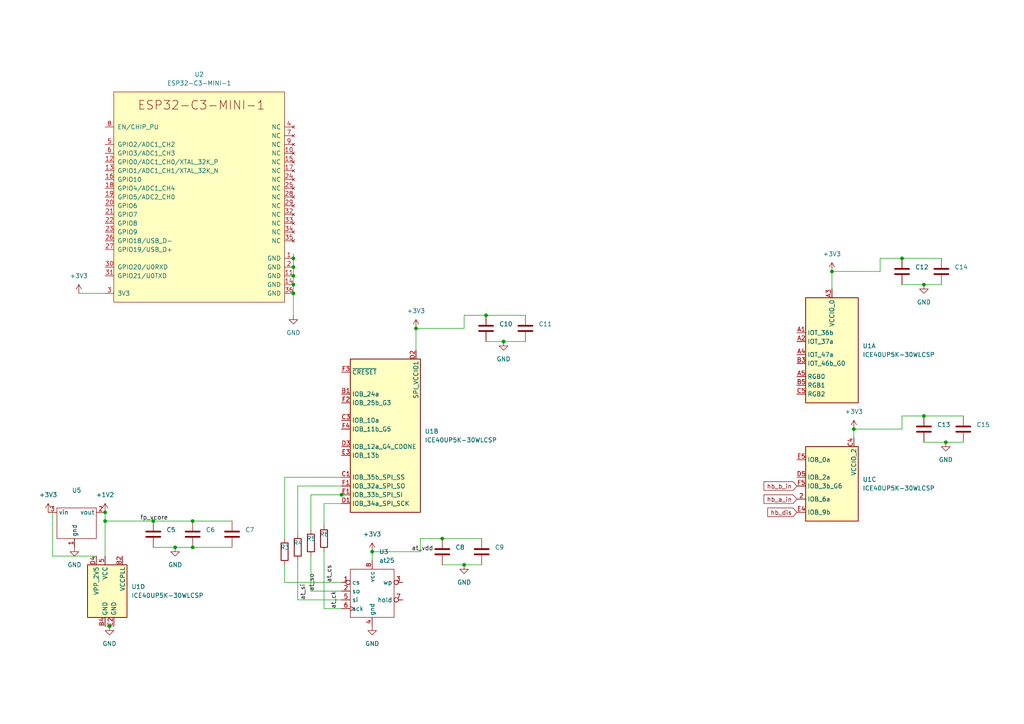
<source format=kicad_sch>
(kicad_sch (version 20211123) (generator eeschema)
  (paper "A4")
  (lib_symbols
    (symbol "Device:C" (pin_numbers hide) (pin_names (offset 0.254))
      (property "Reference" "C" (at 0.635 2.54 0))
      (property "Value" "C" (at 0.635 -2.54 0))
      (symbol "C_0_1"
        (polyline (pts (xy -2.032 -0.762) (xy 2.032 -0.762)) (stroke (width 0.508)))
        (polyline (pts (xy -2.032 0.762) (xy 2.032 0.762)) (stroke (width 0.508)))
      )
      (symbol "C_1_1"
        (pin passive line (at 0 3.81 270) (length 2.794) (name "~") (number "1"))
        (pin passive line (at 0 -3.81 90) (length 2.794) (name "~") (number "2"))
      )
    )
    (symbol "Device:R" (pin_numbers hide) (pin_names (offset 0))
      (property "Reference" "R" (at 2.032 0 90))
      (property "Value" "R" (at 0 0 90))
      (symbol "R_0_1"
        (rectangle (start -1.016 -2.54) (end 1.016 2.54) (stroke (width 0.254)))
      )
      (symbol "R_1_1"
        (pin passive line (at 0 3.81 270) (length 1.27) (name "~") (number "1"))
        (pin passive line (at 0 -3.81 90) (length 1.27) (name "~") (number "2"))
      )
    )
    (symbol "Espressif:ESP32-C3-MINI-1" (pin_names (offset 1.016))
      (property "Reference" "U" (at 0 33.02 0))
      (property "Value" "ESP32-C3-MINI-1" (at 0 -30.48 0))
      (symbol "ESP32-C3-MINI-1_0_0"
        (text "ESP32-C3-MINI-1" (at 1.27 27.94 0) (effects (font (size 2.54 2.54))))
      )
      (symbol "ESP32-C3-MINI-1_0_1"
        (rectangle (start -24.13 31.75) (end 25.4 -29.21) (fill (type background)))
      )
      (symbol "ESP32-C3-MINI-1_1_1"
        (pin power_in line (at 27.94 -16.51 180) (length 2.54) (name "GND") (number "1"))
        (pin no_connect line (at 27.94 13.97 180) (length 2.54) (name "NC") (number "10"))
        (pin power_in line (at 27.94 -21.59 180) (length 2.54) (name "GND") (number "11"))
        (pin bidirectional line (at -26.67 11.43 0) (length 2.54) (name "GPIO0/ADC1_CH0/XTAL_32K_P") (number "12"))
        (pin bidirectional line (at -26.67 8.89 0) (length 2.54) (name "GPIO1/ADC1_CH1/XTAL_32K_N") (number "13"))
        (pin power_in line (at 27.94 -24.13 180) (length 2.54) (name "GND") (number "14"))
        (pin no_connect line (at 27.94 11.43 180) (length 2.54) (name "NC") (number "15"))
        (pin bidirectional line (at -26.67 6.35 0) (length 2.54) (name "GPIO10") (number "16"))
        (pin no_connect line (at 27.94 8.89 180) (length 2.54) (name "NC") (number "17"))
        (pin bidirectional line (at -26.67 3.81 0) (length 2.54) (name "GPIO4/ADC1_CH4") (number "18"))
        (pin bidirectional line (at -26.67 1.27 0) (length 2.54) (name "GPIO5/ADC2_CH0") (number "19"))
        (pin power_in line (at 27.94 -19.05 180) (length 2.54) (name "GND") (number "2"))
        (pin bidirectional line (at -26.67 -1.27 0) (length 2.54) (name "GPIO6") (number "20"))
        (pin bidirectional line (at -26.67 -3.81 0) (length 2.54) (name "GPIO7") (number "21"))
        (pin bidirectional line (at -26.67 -6.35 0) (length 2.54) (name "GPIO8") (number "22"))
        (pin bidirectional line (at -26.67 -8.89 0) (length 2.54) (name "GPIO9") (number "23"))
        (pin no_connect line (at 27.94 6.35 180) (length 2.54) (name "NC") (number "24"))
        (pin no_connect line (at 27.94 3.81 180) (length 2.54) (name "NC") (number "25"))
        (pin bidirectional line (at -26.67 -11.43 0) (length 2.54) (name "GPIO18/USB_D-") (number "26"))
        (pin bidirectional line (at -26.67 -13.97 0) (length 2.54) (name "GPIO19/USB_D+") (number "27"))
        (pin no_connect line (at 27.94 1.27 180) (length 2.54) (name "NC") (number "28"))
        (pin no_connect line (at 27.94 -1.27 180) (length 2.54) (name "NC") (number "29"))
        (pin power_in line (at -26.67 -26.67 0) (length 2.54) (name "3V3") (number "3"))
        (pin bidirectional line (at -26.67 -19.05 0) (length 2.54) (name "GPIO20/U0RXD") (number "30"))
        (pin bidirectional line (at -26.67 -21.59 0) (length 2.54) (name "GPIO21/U0TXD") (number "31"))
        (pin no_connect line (at 27.94 -3.81 180) (length 2.54) (name "NC") (number "32"))
        (pin no_connect line (at 27.94 -6.35 180) (length 2.54) (name "NC") (number "33"))
        (pin no_connect line (at 27.94 -8.89 180) (length 2.54) (name "NC") (number "34"))
        (pin no_connect line (at 27.94 -11.43 180) (length 2.54) (name "NC") (number "35"))
        (pin power_in line (at 27.94 -26.67 180) (length 2.54) (name "GND") (number "36"))
        (pin no_connect line (at 27.94 21.59 180) (length 2.54) (name "NC") (number "4"))
        (pin bidirectional line (at -26.67 16.51 0) (length 2.54) (name "GPIO2/ADC1_CH2") (number "5"))
        (pin bidirectional line (at -26.67 13.97 0) (length 2.54) (name "GPIO3/ADC1_CH3") (number "6"))
        (pin no_connect line (at 27.94 19.05 180) (length 2.54) (name "NC") (number "7"))
        (pin input line (at -26.67 21.59 0) (length 2.54) (name "EN/CHIP_PU") (number "8"))
        (pin no_connect line (at 27.94 16.51 180) (length 2.54) (name "NC") (number "9"))
      )
    )
    (symbol "adum:mcp1700"
      (property "Reference" "U" (at 0 -2.54 0))
      (property "Value" "mcp1700" (at -5.08 2.54 0))
      (symbol "mcp1700_0_1"
        (rectangle (start -11.43 -2.54) (end 0 6.35))
      )
      (symbol "mcp1700_1_1"
        (pin power_in line (at -6.35 -5.08 90) (length 2.54) (name "gnd") (number "1"))
        (pin power_out line (at 2.54 5.08 180) (length 2.54) (name "vout") (number "2"))
        (pin power_in line (at -13.97 5.08 0) (length 2.54) (name "vin") (number "3"))
      )
    )
    (symbol "aum3223:ICE40UP5K-30WLCSP"
      (property "Reference" "U" (at 8.89 -2.54 0))
      (property "Value" "ICE40UP5K-30WLCSP" (at 17.78 0 0))
      (symbol "ICE40UP5K-30WLCSP_1_1"
        (rectangle (start -7.62 25.4) (end 7.62 -5.08) (stroke (width 0.254)) (fill (type background)))
        (pin bidirectional line (at -10.16 15.24 0) (length 2.54) (name "IOT_36b") (number "A1"))
        (pin bidirectional line (at -10.16 12.7 0) (length 2.54) (name "IOT_37a") (number "A2"))
        (pin power_in line (at 0 27.94 270) (length 2.54) (name "VCCIO_0") (number "A3"))
        (pin bidirectional line (at -10.16 8.89 0) (length 2.54) (name "IOT_47a") (number "A4"))
        (pin open_collector line (at -10.16 2.54 0) (length 2.54) (name "RGB0") (number "A5"))
        (pin bidirectional line (at -10.16 6.35 0) (length 2.54) (name "IOT_46b_G0") (number "B3"))
        (pin open_collector line (at -10.16 0 0) (length 2.54) (name "RGB1") (number "B5"))
        (pin open_collector line (at -10.16 -2.54 0) (length 2.54) (name "RGB2") (number "C5"))
      )
      (symbol "ICE40UP5K-30WLCSP_2_1"
        (rectangle (start -10.16 21.59) (end 10.16 -22.86) (stroke (width 0.254)) (fill (type background)))
        (pin bidirectional line (at -12.7 11.43 0) (length 2.54) (name "IOB_24a") (number "B1"))
        (pin bidirectional line (at -12.7 -12.7 0) (length 2.54) (name "IOB_35b_SPI_SS") (number "C1"))
        (pin bidirectional line (at -12.7 3.81 0) (length 2.54) (name "IOB_10a") (number "C3"))
        (pin bidirectional line (at -12.7 -20.32 0) (length 2.54) (name "IOB_34a_SPI_SCK") (number "D1"))
        (pin power_in line (at 8.89 24.13 270) (length 2.54) (name "SPI_VCCIO1") (number "D2"))
        (pin bidirectional line (at -12.7 -3.81 0) (length 2.54) (name "IOB_12a_G4_CDONE") (number "D3"))
        (pin bidirectional line (at -12.7 -17.78 0) (length 2.54) (name "IOB_33b_SPI_SI") (number "E1"))
        (pin bidirectional line (at -12.7 -6.35 0) (length 2.54) (name "IOB_13b") (number "E3"))
        (pin bidirectional line (at -12.7 -15.24 0) (length 2.54) (name "IOB_32a_SPI_SO") (number "F1"))
        (pin bidirectional line (at -12.7 8.89 0) (length 2.54) (name "IOB_25b_G3") (number "F2"))
        (pin input line (at -12.7 17.78 0) (length 2.54) (name "~{CRESET}") (number "F3"))
        (pin bidirectional line (at -12.7 1.27 0) (length 2.54) (name "IOB_11b_G5") (number "F4"))
      )
      (symbol "ICE40UP5K-30WLCSP_3_1"
        (rectangle (start -7.62 11.43) (end 7.62 -10.16) (stroke (width 0.254)) (fill (type background)))
        (pin bidirectional line (at -10.16 -3.81 0) (length 2.54) (name "IOB_6a") (number "2"))
        (pin power_in line (at 6.35 13.97 270) (length 2.54) (name "VCCIO_2") (number "C4"))
        (pin bidirectional line (at -10.16 2.54 0) (length 2.54) (name "IOB_2a") (number "D5"))
        (pin bidirectional line (at -10.16 -7.62 0) (length 2.54) (name "IOB_9b") (number "E4"))
        (pin bidirectional line (at -10.16 7.62 0) (length 2.54) (name "IOB_0a") (number "E5"))
        (pin bidirectional line (at -10.16 0 0) (length 2.54) (name "IOB_3b_G6") (number "F5"))
      )
      (symbol "ICE40UP5K-30WLCSP_4_1"
        (rectangle (start -5.08 7.62) (end 6.35 -7.62) (stroke (width 0.254)) (fill (type background)))
        (pin power_in line (at 0 10.16 270) (length 2.54) (name "VCC") (number "5"))
        (pin power_out line (at 5.08 10.16 270) (length 2.54) (name "VCCPLL") (number "B2"))
        (pin power_in line (at 0 -10.16 90) (length 2.54) (name "GND") (number "B4"))
        (pin power_in line (at 0 10.16 270) (length 2.54) hide (name "VCC") (number "C2"))
        (pin power_in line (at -2.54 10.16 270) (length 2.54) (name "VPP_2V5") (number "D4"))
        (pin power_in line (at 2.54 -10.16 90) (length 2.54) (name "GND") (number "E2"))
      )
    )
    (symbol "aum3223:at25"
      (property "Reference" "U" (at 0 -2.54 0))
      (property "Value" "at25" (at 0 0 0))
      (symbol "at25_0_1"
        (rectangle (start 6.35 25.4) (end -6.35 11.43))
      )
      (symbol "at25_1_1"
        (pin input inverted (at -8.89 21.59 0) (length 2.54) (name "cs") (number "1"))
        (pin output line (at -8.89 19.05 0) (length 2.54) (name "so") (number "2"))
        (pin input inverted (at 8.89 21.59 180) (length 2.54) (name "wp") (number "3"))
        (pin power_in line (at 0 8.89 90) (length 2.54) (name "gnd") (number "4"))
        (pin input line (at -8.89 16.51 0) (length 2.54) (name "si") (number "5"))
        (pin input clock (at -8.89 13.97 0) (length 2.54) (name "sck") (number "6"))
        (pin input inverted (at 8.89 16.51 180) (length 2.54) (name "hold") (number "7"))
        (pin power_in line (at 0 27.94 270) (length 2.54) (name "vcc") (number "8"))
      )
    )
    (symbol "power:+1V2" (power) (pin_names (offset 0))
      (property "Value" "+1V2" (at 0 3.556 0))
      (symbol "+1V2_0_1"
        (polyline (pts (xy -0.762 1.27) (xy 0 2.54)))
        (polyline (pts (xy 0 0) (xy 0 2.54)))
        (polyline (pts (xy 0 2.54) (xy 0.762 1.27)))
      )
      (symbol "+1V2_1_1"
        (pin power_in line (at 0 0 90) (length 0) hide (name "+1V2") (number "1"))
      )
    )
    (symbol "power:+3V3" (power) (pin_names (offset 0))
      (property "Value" "+3V3" (at 0 3.556 0))
      (symbol "+3V3_0_1"
        (polyline (pts (xy -0.762 1.27) (xy 0 2.54)))
        (polyline (pts (xy 0 0) (xy 0 2.54)))
        (polyline (pts (xy 0 2.54) (xy 0.762 1.27)))
      )
      (symbol "+3V3_1_1"
        (pin power_in line (at 0 0 90) (length 0) hide (name "+3V3") (number "1"))
      )
    )
    (symbol "power:GND" (power) (pin_names (offset 0))
      (property "Value" "GND" (at 0 -3.81 0))
      (symbol "GND_0_1"
        (polyline (pts (xy 0 0) (xy 0 -1.27) (xy 1.27 -1.27) (xy 0 -2.54) (xy -1.27 -1.27) (xy 0 -1.27)))
      )
      (symbol "GND_1_1"
        (pin power_in line (at 0 0 270) (length 0) hide (name "GND") (number "1"))
      )
    )
  )
  (junction (at 247.65 124.46))
  (junction (at 146.05 99.06))
  (junction (at 128.27 156.21))
  (junction (at 120.65 95.25))
  (junction (at 85.09 82.55))
  (junction (at 140.97 91.44))
  (junction (at 99.06 143.51))
  (junction (at 85.09 85.09))
  (junction (at 44.45 151.13))
  (junction (at 261.62 74.93))
  (junction (at 134.62 163.83))
  (junction (at 85.09 77.47))
  (junction (at 274.32 128.27))
  (junction (at 55.88 151.13))
  (junction (at 85.09 74.93))
  (junction (at 241.3 78.74))
  (junction (at 85.09 80.01))
  (junction (at 50.8 158.75))
  (junction (at 30.48 148.59))
  (junction (at 267.97 120.65))
  (junction (at 30.48 151.13))
  (junction (at 55.88 158.75))
  (junction (at 31.75 181.61))
  (junction (at 107.95 160.02))
  (junction (at 267.97 82.55))
  (wire (pts (xy 55.88 151.13) (xy 67.31 151.13)))
  (wire (pts (xy 27.94 161.29) (xy 15.24 161.29)))
  (wire (pts (xy 99.06 138.43) (xy 82.55 138.43)))
  (wire (pts (xy 274.32 128.27) (xy 279.4 128.27)))
  (wire (pts (xy 261.62 74.93) (xy 255.27 74.93)))
  (wire (pts (xy 30.48 181.61) (xy 31.75 181.61)))
  (wire (pts (xy 82.55 168.91) (xy 82.55 163.83)))
  (wire (pts (xy 267.97 128.27) (xy 274.32 128.27)))
  (wire (pts (xy 85.09 80.01) (xy 85.09 82.55)))
  (wire (pts (xy 146.05 99.06) (xy 152.4 99.06)))
  (wire (pts (xy 99.06 140.97) (xy 86.36 140.97)))
  (wire (pts (xy 261.62 124.46) (xy 247.65 124.46)))
  (wire (pts (xy 140.97 91.44) (xy 134.62 91.44)))
  (wire (pts (xy 85.09 82.55) (xy 85.09 85.09)))
  (wire (pts (xy 128.27 156.21) (xy 139.7 156.21)))
  (wire (pts (xy 85.09 73.66) (xy 85.09 74.93)))
  (wire (pts (xy 140.97 99.06) (xy 146.05 99.06)))
  (wire (pts (xy 85.09 74.93) (xy 85.09 77.47)))
  (wire (pts (xy 140.97 91.44) (xy 152.4 91.44)))
  (wire (pts (xy 82.55 138.43) (xy 82.55 156.21)))
  (wire (pts (xy 30.48 151.13) (xy 44.45 151.13)))
  (wire (pts (xy 93.98 160.02) (xy 93.98 176.53)))
  (wire (pts (xy 86.36 140.97) (xy 86.36 154.94)))
  (wire (pts (xy 134.62 163.83) (xy 139.7 163.83)))
  (wire (pts (xy 134.62 95.25) (xy 120.65 95.25)))
  (wire (pts (xy 261.62 82.55) (xy 267.97 82.55)))
  (wire (pts (xy 30.48 151.13) (xy 30.48 161.29)))
  (wire (pts (xy 99.06 171.45) (xy 90.17 171.45)))
  (wire (pts (xy 44.45 158.75) (xy 50.8 158.75)))
  (wire (pts (xy 100.33 143.51) (xy 99.06 143.51)))
  (wire (pts (xy 86.36 173.99) (xy 86.36 162.56)))
  (wire (pts (xy 120.65 95.25) (xy 120.65 101.6)))
  (wire (pts (xy 247.65 124.46) (xy 247.65 127)))
  (wire (pts (xy 267.97 120.65) (xy 261.62 120.65)))
  (wire (pts (xy 134.62 91.44) (xy 134.62 95.25)))
  (wire (pts (xy 121.92 156.21) (xy 121.92 160.02)))
  (wire (pts (xy 128.27 163.83) (xy 134.62 163.83)))
  (wire (pts (xy 261.62 74.93) (xy 273.05 74.93)))
  (wire (pts (xy 93.98 146.05) (xy 93.98 152.4)))
  (wire (pts (xy 99.06 168.91) (xy 82.55 168.91)))
  (wire (pts (xy 15.24 148.59) (xy 15.24 161.29)))
  (wire (pts (xy 22.86 85.09) (xy 30.48 85.09)))
  (wire (pts (xy 93.98 176.53) (xy 99.06 176.53)))
  (wire (pts (xy 55.88 158.75) (xy 67.31 158.75)))
  (wire (pts (xy 267.97 82.55) (xy 273.05 82.55)))
  (wire (pts (xy 99.06 173.99) (xy 86.36 173.99)))
  (wire (pts (xy 128.27 156.21) (xy 121.92 156.21)))
  (wire (pts (xy 255.27 78.74) (xy 241.3 78.74)))
  (wire (pts (xy 99.06 143.51) (xy 90.17 143.51)))
  (wire (pts (xy 85.09 77.47) (xy 85.09 80.01)))
  (wire (pts (xy 261.62 120.65) (xy 261.62 124.46)))
  (wire (pts (xy 255.27 74.93) (xy 255.27 78.74)))
  (wire (pts (xy 241.3 78.74) (xy 241.3 83.82)))
  (wire (pts (xy 121.92 160.02) (xy 107.95 160.02)))
  (wire (pts (xy 90.17 143.51) (xy 90.17 153.67)))
  (wire (pts (xy 99.06 146.05) (xy 93.98 146.05)))
  (wire (pts (xy 44.45 151.13) (xy 55.88 151.13)))
  (wire (pts (xy 31.75 181.61) (xy 33.02 181.61)))
  (wire (pts (xy 30.48 148.59) (xy 30.48 151.13)))
  (wire (pts (xy 267.97 120.65) (xy 279.4 120.65)))
  (wire (pts (xy 85.09 85.09) (xy 85.09 91.44)))
  (wire (pts (xy 90.17 171.45) (xy 90.17 161.29)))
  (wire (pts (xy 107.95 160.02) (xy 107.95 162.56)))
  (wire (pts (xy 50.8 158.75) (xy 55.88 158.75)))
  (label "at_vdd" (at 119.38 160.02 0))
  (label "at_si" (at 88.9 173.99 90))
  (label "at_cs" (at 96.52 168.91 90))
  (label "fp_vcore" (at 40.64 151.13 0))
  (label "at_ck" (at 97.79 176.53 90))
  (label "at_so" (at 91.44 171.45 90))
  (global_label "hb_b_in" (shape input) (at 231.14 140.97 180) (property "Intersheet References" "${INTERSHEET_REFS}" (effects hide)))
  (global_label "hb_dis" (shape input) (at 231.14 148.59 180) (property "Intersheet References" "${INTERSHEET_REFS}" (effects hide)))
  (global_label "hb_a_in" (shape input) (at 231.14 144.78 180) (property "Intersheet References" "${INTERSHEET_REFS}" (effects hide)))
  (symbol (lib_id "power:+1V2") (at 30.48 148.59 0) (unit 1)
    (property "Reference" "#PWR0109" (effects hide))
  )
  (symbol (lib_id "aum3223:at25") (at 107.95 190.5 0) (unit 1)
    (property "Reference" "U3" (at 109.9694 160.02 0) (effects (justify left)))
    (property "Value" "at25" (at 109.9694 162.56 0) (effects (justify left)))
    (property "Footprint" "libverter:SOIC-8W_5.3x5.3mm_P1.27mm" (effects hide))
  )
  (symbol (lib_id "Device:R") (at 93.98 156.21 180) (unit 1)
    (property "Reference" "R6" (at 92.71 154.94 0) (effects (justify right)))
  )
  (symbol (lib_id "Device:C") (at 44.45 154.94 0) (unit 1)
    (property "Reference" "C5" (at 48.26 153.6699 0) (effects (justify left)))
  )
  (symbol (lib_id "Device:C") (at 128.27 160.02 0) (unit 1)
    (property "Reference" "C8" (at 132.08 158.7499 0) (effects (justify left)))
  )
  (symbol (lib_id "adum:mcp1700") (at 27.94 153.67 0) (unit 1)
    (property "Reference" "U5" (at 22.225 142.24 0))
  )
  (symbol (lib_id "aum3223:ICE40UP5K-30WLCSP") (at 241.3 140.97 0) (unit 3)
    (property "Reference" "U1" (at 250.19 139.0649 0) (effects (justify left)))
    (property "Value" "ICE40UP5K-30WLCSP" (at 250.19 141.6049 0) (effects (justify left)))
    (property "Footprint" "libverter:wlcsp30u5k" (effects hide))
    (property "Datasheet" "http://www.latticesemi.com/Products/FPGAandCPLD/iCE40Ultra" (effects hide))
  )
  (symbol (lib_id "power:GND") (at 21.59 158.75 0) (unit 1)
    (property "Reference" "#PWR0113" (effects hide))
    (property "Value" "GND" (at 21.59 163.83 0))
  )
  (symbol (lib_id "power:+3V3") (at 241.3 78.74 0) (unit 1)
    (property "Reference" "#PWR0114" (effects hide))
    (property "Value" "+3V3" (at 241.3 73.66 0))
  )
  (symbol (lib_id "Device:C") (at 67.31 154.94 0) (unit 1)
    (property "Reference" "C7" (at 71.12 153.6699 0) (effects (justify left)))
  )
  (symbol (lib_id "Device:R") (at 86.36 158.75 0) (unit 1)
    (property "Reference" "R4" (at 85.09 157.48 0) (effects (justify left)))
  )
  (symbol (lib_id "Espressif:ESP32-C3-MINI-1") (at 57.15 58.42 0) (unit 1)
    (property "Reference" "U2" (at 57.785 21.59 0))
    (property "Value" "ESP32-C3-MINI-1" (at 57.785 24.13 0))
    (property "Footprint" "Espressif:ESP32-C3-MINI-1" (effects hide))
    (property "Datasheet" "https://www.espressif.com/sites/default/files/documentation/esp32-c3-mini-1_datasheet_en.pdf" (effects hide))
  )
  (symbol (lib_id "Device:R") (at 82.55 160.02 0) (unit 1)
    (property "Reference" "R3" (at 81.28 158.75 0) (effects (justify left)))
  )
  (symbol (lib_id "power:GND") (at 50.8 158.75 0) (unit 1)
    (property "Reference" "#PWR0110" (effects hide))
  )
  (symbol (lib_id "aum3223:ICE40UP5K-30WLCSP") (at 241.3 111.76 0) (unit 1)
    (property "Reference" "U1" (at 250.19 100.3299 0) (effects (justify left)))
    (property "Value" "ICE40UP5K-30WLCSP" (at 250.19 102.8699 0) (effects (justify left)))
    (property "Footprint" "libverter:wlcsp30u5k" (effects hide))
    (property "Datasheet" "http://www.latticesemi.com/Products/FPGAandCPLD/iCE40Ultra" (effects hide))
  )
  (symbol (lib_id "aum3223:ICE40UP5K-30WLCSP") (at 111.76 125.73 0) (unit 2)
    (property "Reference" "U1" (at 123.19 125.0949 0) (effects (justify left)))
    (property "Value" "ICE40UP5K-30WLCSP" (at 123.19 127.6349 0) (effects (justify left)))
    (property "Footprint" "libverter:wlcsp30u5k" (effects hide))
    (property "Datasheet" "http://www.latticesemi.com/Products/FPGAandCPLD/iCE40Ultra" (effects hide))
  )
  (symbol (lib_id "power:+3V3") (at 13.97 148.59 0) (unit 1)
    (property "Reference" "#PWR0112" (effects hide))
    (property "Value" "+3V3" (at 13.97 143.51 0))
  )
  (symbol (lib_id "aum3223:ICE40UP5K-30WLCSP") (at 30.48 171.45 0) (unit 4)
    (property "Reference" "U1" (at 38.1 170.1799 0) (effects (justify left)))
    (property "Value" "ICE40UP5K-30WLCSP" (at 38.1 172.7199 0) (effects (justify left)))
    (property "Footprint" "libverter:wlcsp30u5k" (effects hide))
    (property "Datasheet" "http://www.latticesemi.com/Products/FPGAandCPLD/iCE40Ultra" (effects hide))
  )
  (symbol (lib_id "power:GND") (at 31.75 181.61 0) (unit 1)
    (property "Reference" "#PWR0111" (effects hide))
  )
  (symbol (lib_id "power:GND") (at 85.09 91.44 0) (unit 1)
    (property "Reference" "#PWR?" (effects hide))
  )
  (symbol (lib_id "Device:C") (at 139.7 160.02 0) (unit 1)
    (property "Reference" "C9" (at 143.51 158.7499 0) (effects (justify left)))
  )
  (symbol (lib_id "Device:C") (at 267.97 124.46 0) (unit 1)
    (property "Reference" "C13" (at 271.78 123.1899 0) (effects (justify left)))
  )
  (symbol (lib_id "power:+3V3") (at 22.86 85.09 0) (unit 1)
    (property "Reference" "#PWR?" (effects hide))
  )
  (symbol (lib_id "power:GND") (at 134.62 163.83 0) (unit 1)
    (property "Reference" "#PWR0119" (effects hide))
  )
  (symbol (lib_id "Device:C") (at 279.4 124.46 0) (unit 1)
    (property "Reference" "C15" (at 283.21 123.1899 0) (effects (justify left)))
  )
  (symbol (lib_id "power:GND") (at 146.05 99.06 0) (unit 1)
    (property "Reference" "#PWR0115" (effects hide))
  )
  (symbol (lib_id "power:+3V3") (at 107.95 160.02 0) (unit 1)
    (property "Reference" "#PWR0120" (effects hide))
  )
  (symbol (lib_id "Device:C") (at 55.88 154.94 0) (unit 1)
    (property "Reference" "C6" (at 59.69 153.6699 0) (effects (justify left)))
  )
  (symbol (lib_id "power:+3V3") (at 120.65 95.25 0) (unit 1)
    (property "Reference" "#PWR0121" (effects hide))
    (property "Value" "+3V3" (at 120.65 90.17 0))
  )
  (symbol (lib_id "Device:C") (at 261.62 78.74 0) (unit 1)
    (property "Reference" "C12" (at 265.43 77.4699 0) (effects (justify left)))
  )
  (symbol (lib_id "Device:C") (at 273.05 78.74 0) (unit 1)
    (property "Reference" "C14" (at 276.86 77.4699 0) (effects (justify left)))
  )
  (symbol (lib_id "Device:C") (at 152.4 95.25 0) (unit 1)
    (property "Reference" "C11" (at 156.21 93.9799 0) (effects (justify left)))
  )
  (symbol (lib_id "power:GND") (at 107.95 181.61 0) (unit 1)
    (property "Reference" "#PWR0108" (effects hide))
  )
  (symbol (lib_id "power:GND") (at 274.32 128.27 0) (unit 1)
    (property "Reference" "#PWR0116" (effects hide))
  )
  (symbol (lib_id "Device:C") (at 140.97 95.25 0) (unit 1)
    (property "Reference" "C10" (at 144.78 93.9799 0) (effects (justify left)))
  )
  (symbol (lib_id "power:GND") (at 267.97 82.55 0) (unit 1)
    (property "Reference" "#PWR0117" (effects hide))
  )
  (symbol (lib_id "Device:R") (at 90.17 157.48 0) (unit 1)
    (property "Reference" "R5" (at 88.9 156.21 0) (effects (justify left)))
  )
  (symbol (lib_id "power:+3V3") (at 247.65 124.46 0) (unit 1)
    (property "Reference" "#PWR0118" (effects hide))
    (property "Value" "+3V3" (at 247.65 119.38 0))
  )
)
</source>
